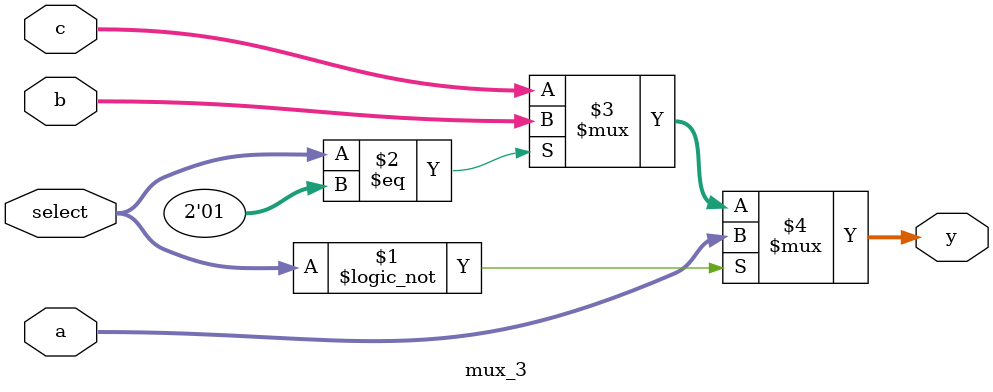
<source format=sv>
/* 3 input mux */
module mux_3(

	input wire [31:0] a,
	input wire [31:0] b,
	input wire [31:0] c,
	input wire [1:0] select,
	
	output wire [31:0] y

);

assign y = select == 2'b00 ? a : 
					select == 2'b01 ? b : c;

endmodule

</source>
